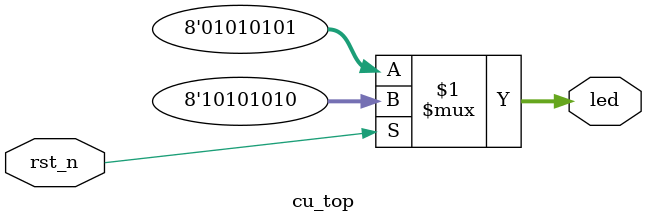
<source format=v>
module cu_top(
    input rst_n,
    output[7:0] led,
);

assign led = rst_n ? 8'hAA : 8'h55;
    
endmodule

</source>
